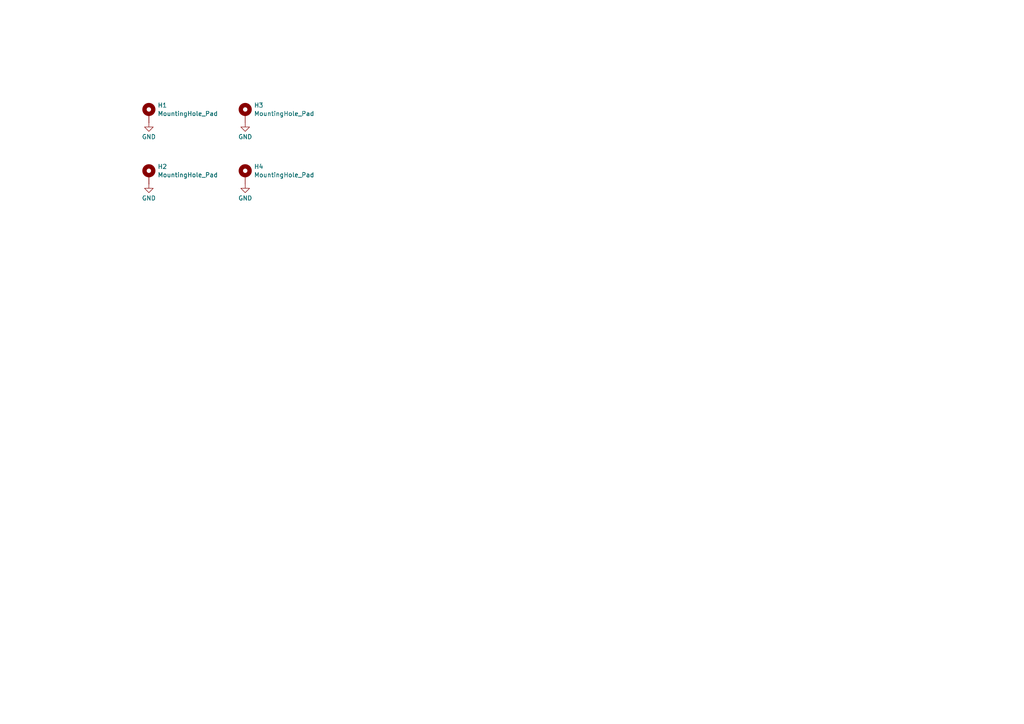
<source format=kicad_sch>
(kicad_sch (version 20231120) (generator "eeschema") (generator_version "8.0")
  (paper "A4")
  (lib_symbols
    (symbol "Mechanical:MountingHole_Pad" (pin_numbers hide) (pin_names (offset 1.016) hide) (exclude_from_sim yes) (in_bom no)
      (property "Reference" "H" (at 0 6.35 0))
      (property "Value" "MountingHole_Pad" (at 0 4.445 0))
      (symbol "MountingHole_Pad_0_1"
        (circle (center 0 1.27) (radius 1.27) (stroke (width 1.27)))
      )
      (symbol "MountingHole_Pad_1_1"
        (pin input line (at 0 -2.54 90) (length 2.54) (name "1") (number "1"))
      )
    )
    (symbol "power:GND" (power) (pin_numbers hide) (pin_names (offset 0) hide)
      (property "Value" "GND" (at 0 -3.81 0))
      (symbol "GND_0_1"
        (polyline (pts (xy 0 0) (xy 0 -1.27) (xy 1.27 -1.27) (xy 0 -2.54) (xy -1.27 -1.27) (xy 0 -1.27)))
      )
      (symbol "GND_1_1"
        (pin power_in line (at 0 0 270) (length 0) (name "~") (number "1"))
      )
    )
  )
  (symbol (lib_id "power:GND") (at 43.18 53.34 0) (unit 1)
    (property "Reference" "#PWR01" (effects (hide yes)))
    (property "Value" "GND" (at 43.18 57.4731 0))
    (property "Description" "Power symbol creates a global label with name \"GND\" , ground" (effects (hide yes)))
  )
  (symbol (lib_id "power:GND") (at 43.18 35.56 0) (unit 1)
    (property "Reference" "#PWR04" (effects (hide yes)))
    (property "Value" "GND" (at 43.18 39.6931 0))
    (property "Description" "Power symbol creates a global label with name \"GND\" , ground" (effects (hide yes)))
  )
  (symbol (lib_id "Mechanical:MountingHole_Pad") (at 43.18 50.8 0) (unit 1) (exclude_from_sim yes) (in_bom no)
    (property "Reference" "H2" (at 45.72 48.3178 0) (effects (justify left)))
    (property "Value" "MountingHole_Pad" (at 45.72 50.7421 0) (effects (justify left)))
    (property "Footprint" "MountingHole:MountingHole_3.2mm_M3_DIN965_Pad" (effects (hide yes)))
    (property "Description" "Mounting Hole with connection" (effects (hide yes)))
  )
  (symbol (lib_id "Mechanical:MountingHole_Pad") (at 71.12 50.8 0) (unit 1) (exclude_from_sim yes) (in_bom no)
    (property "Reference" "H4" (at 73.66 48.3178 0) (effects (justify left)))
    (property "Value" "MountingHole_Pad" (at 73.66 50.7421 0) (effects (justify left)))
    (property "Footprint" "MountingHole:MountingHole_3.2mm_M3_DIN965_Pad" (effects (hide yes)))
    (property "Description" "Mounting Hole with connection" (effects (hide yes)))
  )
  (symbol (lib_id "Mechanical:MountingHole_Pad") (at 43.18 33.02 0) (unit 1) (exclude_from_sim yes) (in_bom no)
    (property "Reference" "H1" (at 45.72 30.5378 0) (effects (justify left)))
    (property "Value" "MountingHole_Pad" (at 45.72 32.9621 0) (effects (justify left)))
    (property "Footprint" "MountingHole:MountingHole_3.2mm_M3_DIN965_Pad" (effects (hide yes)))
    (property "Description" "Mounting Hole with connection" (effects (hide yes)))
  )
  (symbol (lib_id "power:GND") (at 71.12 53.34 0) (unit 1)
    (property "Reference" "#PWR02" (effects (hide yes)))
    (property "Value" "GND" (at 71.12 57.4731 0))
    (property "Description" "Power symbol creates a global label with name \"GND\" , ground" (effects (hide yes)))
  )
  (symbol (lib_id "power:GND") (at 71.12 35.56 0) (unit 1)
    (property "Reference" "#PWR03" (effects (hide yes)))
    (property "Value" "GND" (at 71.12 39.6931 0))
    (property "Description" "Power symbol creates a global label with name \"GND\" , ground" (effects (hide yes)))
  )
  (symbol (lib_id "Mechanical:MountingHole_Pad") (at 71.12 33.02 0) (unit 1) (exclude_from_sim yes) (in_bom no)
    (property "Reference" "H3" (at 73.66 30.5378 0) (effects (justify left)))
    (property "Value" "MountingHole_Pad" (at 73.66 32.9621 0) (effects (justify left)))
    (property "Footprint" "MountingHole:MountingHole_3.2mm_M3_DIN965_Pad" (effects (hide yes)))
    (property "Description" "Mounting Hole with connection" (effects (hide yes)))
  )
)
</source>
